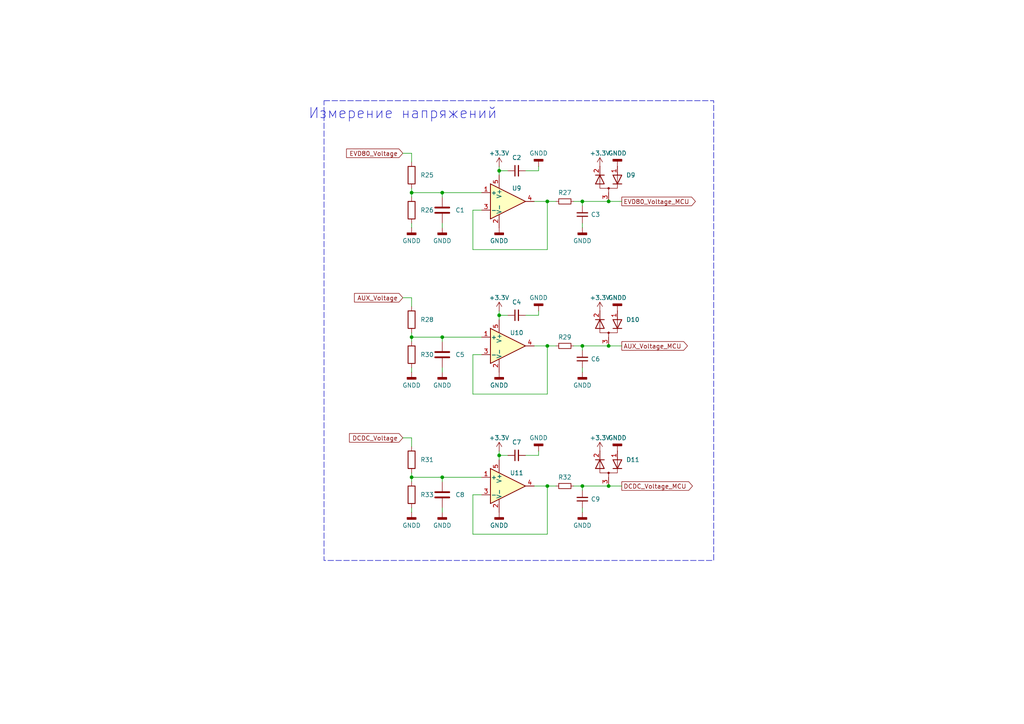
<source format=kicad_sch>
(kicad_sch (version 20231120) (generator "eeschema") (generator_version "8.0")
  (paper "A4")
  (lib_symbols
    (symbol "Amplifier_Operational:LMV321" (pin_names (offset 0.127))
      (property "Reference" "U" (at 0 5.08 0))
      (property "Value" "LMV321" (at 0 -5.08 0))
      (symbol "LMV321_0_1"
        (polyline (pts (xy -5.08 5.08) (xy 5.08 0) (xy -5.08 -5.08) (xy -5.08 5.08)) (stroke (width 0.254)) (fill (type background)))
        (pin power_in line (at -2.54 -7.62 90) (length 3.81) (name "V-") (number "2"))
        (pin power_in line (at -2.54 7.62 270) (length 3.81) (name "V+") (number "5"))
      )
      (symbol "LMV321_1_1"
        (pin input line (at -7.62 2.54 0) (length 2.54) (name "+") (number "1"))
        (pin input line (at -7.62 -2.54 0) (length 2.54) (name "-") (number "3"))
        (pin output line (at 7.62 0 180) (length 2.54) (name "~") (number "4"))
      )
    )
    (symbol "Device:C" (pin_numbers hide) (pin_names (offset 0.254))
      (property "Reference" "C" (at 0.635 2.54 0))
      (property "Value" "C" (at 0.635 -2.54 0))
      (symbol "C_0_1"
        (polyline (pts (xy -2.032 -0.762) (xy 2.032 -0.762)) (stroke (width 0.508)))
        (polyline (pts (xy -2.032 0.762) (xy 2.032 0.762)) (stroke (width 0.508)))
      )
      (symbol "C_1_1"
        (pin passive line (at 0 3.81 270) (length 2.794) (name "~") (number "1"))
        (pin passive line (at 0 -3.81 90) (length 2.794) (name "~") (number "2"))
      )
    )
    (symbol "Device:C_Small" (pin_numbers hide) (pin_names (offset 0.254) hide)
      (property "Reference" "C" (at 0.254 1.778 0))
      (property "Value" "C_Small" (at 0.254 -2.032 0))
      (symbol "C_Small_0_1"
        (polyline (pts (xy -1.524 -0.508) (xy 1.524 -0.508)) (stroke (width 0.3302)))
        (polyline (pts (xy -1.524 0.508) (xy 1.524 0.508)) (stroke (width 0.3048)))
      )
      (symbol "C_Small_1_1"
        (pin passive line (at 0 2.54 270) (length 2.032) (name "~") (number "1"))
        (pin passive line (at 0 -2.54 90) (length 2.032) (name "~") (number "2"))
      )
    )
    (symbol "Device:D_Dual_Series_AKC_Parallel" (pin_names (offset 0.762) hide)
      (property "Reference" "D" (at 0 5.08 0))
      (property "Value" "D_Dual_Series_AKC_Parallel" (at 0 -5.08 0))
      (symbol "D_Dual_Series_AKC_Parallel_0_0"
        (polyline (pts (xy 0 -1.27) (xy 0 -3.81)) (stroke (width 0.254)))
        (polyline (pts (xy 2.54 3.81) (xy 2.54 1.27)) (stroke (width 0.254)))
      )
      (symbol "D_Dual_Series_AKC_Parallel_0_1"
        (circle (center -1.27 0) (radius 0.254) (fill (type outline)))
        (polyline (pts (xy -1.27 0) (xy -2.54 0)))
        (polyline (pts (xy 2.54 2.54) (xy -1.27 2.54) (xy -1.27 -2.54) (xy 2.54 -2.54)))
        (polyline (pts (xy 0 3.81) (xy 2.54 2.54) (xy 0 1.27) (xy 0 3.81) (xy 0 3.81) (xy 0 3.81)) (stroke (width 0.254)))
        (polyline (pts (xy 2.54 -1.27) (xy 0 -2.54) (xy 2.54 -3.81) (xy 2.54 -1.27) (xy 2.54 -1.27) (xy 2.54 -1.27)) (stroke (width 0.254)))
        (pin passive line (at 5.08 -2.54 180) (length 2.54) (name "K") (number "1"))
        (pin passive line (at 5.08 2.54 180) (length 2.54) (name "K") (number "2"))
        (pin passive line (at -5.08 0 0) (length 2.54) (name "A") (number "3"))
      )
    )
    (symbol "Device:R" (pin_numbers hide) (pin_names (offset 0))
      (property "Reference" "R" (at 2.032 0 90))
      (property "Value" "R" (at 0 0 90))
      (symbol "R_0_1"
        (rectangle (start -1.016 -2.54) (end 1.016 2.54) (stroke (width 0.254)))
      )
      (symbol "R_1_1"
        (pin passive line (at 0 3.81 270) (length 1.27) (name "~") (number "1"))
        (pin passive line (at 0 -3.81 90) (length 1.27) (name "~") (number "2"))
      )
    )
    (symbol "Device:R_Small" (pin_numbers hide) (pin_names (offset 0.254) hide)
      (property "Reference" "R" (at 0.762 0.508 0))
      (property "Value" "R_Small" (at 0.762 -1.016 0))
      (symbol "R_Small_0_1"
        (rectangle (start -0.762 1.778) (end 0.762 -1.778) (stroke (width 0.2032)))
      )
      (symbol "R_Small_1_1"
        (pin passive line (at 0 2.54 270) (length 0.762) (name "~") (number "1"))
        (pin passive line (at 0 -2.54 90) (length 0.762) (name "~") (number "2"))
      )
    )
    (symbol "power:+3.3V" (power) (pin_numbers hide) (pin_names (offset 0) hide)
      (property "Value" "+3.3V" (at 0 3.556 0))
      (symbol "+3.3V_0_1"
        (polyline (pts (xy -0.762 1.27) (xy 0 2.54)))
        (polyline (pts (xy 0 0) (xy 0 2.54)))
        (polyline (pts (xy 0 2.54) (xy 0.762 1.27)))
      )
      (symbol "+3.3V_1_1"
        (pin power_in line (at 0 0 90) (length 0) (name "~") (number "1"))
      )
    )
    (symbol "power:GNDD" (power) (pin_numbers hide) (pin_names (offset 0) hide)
      (property "Value" "GNDD" (at 0 -3.175 0))
      (symbol "GNDD_0_1"
        (rectangle (start -1.27 -1.524) (end 1.27 -2.032) (stroke (width 0.254)) (fill (type outline)))
        (polyline (pts (xy 0 0) (xy 0 -1.524)))
      )
      (symbol "GNDD_1_1"
        (pin power_in line (at 0 0 270) (length 0) (name "~") (number "1"))
      )
    )
  )
  (junction (at 144.78 49.53))
  (junction (at 158.75 58.42))
  (junction (at 128.27 138.43))
  (junction (at 128.27 55.88))
  (junction (at 144.78 91.44))
  (junction (at 128.27 97.79))
  (junction (at 176.53 140.97))
  (junction (at 119.38 55.88))
  (junction (at 168.91 58.42))
  (junction (at 176.53 58.42))
  (junction (at 119.38 97.79))
  (junction (at 158.75 140.97))
  (junction (at 158.75 100.33))
  (junction (at 119.38 138.43))
  (junction (at 144.78 132.08))
  (junction (at 176.53 100.33))
  (junction (at 168.91 140.97))
  (junction (at 168.91 100.33))
  (wire (pts (xy 152.4 49.53) (xy 156.21 49.53)))
  (wire (pts (xy 158.75 140.97) (xy 154.94 140.97)))
  (wire (pts (xy 166.37 58.42) (xy 168.91 58.42)))
  (wire (pts (xy 137.16 102.87) (xy 137.16 114.3)))
  (wire (pts (xy 158.75 154.94) (xy 158.75 140.97)))
  (wire (pts (xy 128.27 55.88) (xy 139.7 55.88)))
  (wire (pts (xy 158.75 100.33) (xy 161.29 100.33)))
  (wire (pts (xy 144.78 49.53) (xy 144.78 50.8)))
  (wire (pts (xy 128.27 138.43) (xy 139.7 138.43)))
  (wire (pts (xy 158.75 58.42) (xy 161.29 58.42)))
  (wire (pts (xy 156.21 132.08) (xy 156.21 130.81)))
  (wire (pts (xy 119.38 127) (xy 119.38 129.54)))
  (wire (pts (xy 158.75 58.42) (xy 154.94 58.42)))
  (wire (pts (xy 119.38 44.45) (xy 119.38 46.99)))
  (wire (pts (xy 158.75 140.97) (xy 161.29 140.97)))
  (wire (pts (xy 168.91 100.33) (xy 176.53 100.33)))
  (wire (pts (xy 137.16 114.3) (xy 158.75 114.3)))
  (wire (pts (xy 176.53 100.33) (xy 180.34 100.33)))
  (wire (pts (xy 128.27 55.88) (xy 128.27 57.15)))
  (wire (pts (xy 119.38 97.79) (xy 128.27 97.79)))
  (wire (pts (xy 119.38 96.52) (xy 119.38 97.79)))
  (wire (pts (xy 128.27 66.04) (xy 128.27 64.77)))
  (wire (pts (xy 119.38 138.43) (xy 119.38 139.7)))
  (wire (pts (xy 119.38 54.61) (xy 119.38 55.88)))
  (wire (pts (xy 166.37 100.33) (xy 168.91 100.33)))
  (wire (pts (xy 128.27 97.79) (xy 139.7 97.79)))
  (wire (pts (xy 168.91 58.42) (xy 168.91 59.69)))
  (wire (pts (xy 168.91 58.42) (xy 176.53 58.42)))
  (wire (pts (xy 144.78 91.44) (xy 147.32 91.44)))
  (wire (pts (xy 176.53 58.42) (xy 180.34 58.42)))
  (wire (pts (xy 168.91 147.32) (xy 168.91 148.59)))
  (wire (pts (xy 139.7 60.96) (xy 137.16 60.96)))
  (wire (pts (xy 116.84 44.45) (xy 119.38 44.45)))
  (wire (pts (xy 119.38 55.88) (xy 128.27 55.88)))
  (wire (pts (xy 156.21 91.44) (xy 156.21 90.17)))
  (wire (pts (xy 137.16 60.96) (xy 137.16 72.39)))
  (wire (pts (xy 144.78 130.81) (xy 144.78 132.08)))
  (wire (pts (xy 168.91 140.97) (xy 176.53 140.97)))
  (wire (pts (xy 119.38 107.95) (xy 119.38 106.68)))
  (wire (pts (xy 116.84 127) (xy 119.38 127)))
  (wire (pts (xy 144.78 90.17) (xy 144.78 91.44)))
  (wire (pts (xy 137.16 154.94) (xy 158.75 154.94)))
  (wire (pts (xy 168.91 64.77) (xy 168.91 66.04)))
  (wire (pts (xy 144.78 49.53) (xy 147.32 49.53)))
  (wire (pts (xy 152.4 132.08) (xy 156.21 132.08)))
  (wire (pts (xy 119.38 148.59) (xy 119.38 147.32)))
  (wire (pts (xy 158.75 114.3) (xy 158.75 100.33)))
  (wire (pts (xy 137.16 143.51) (xy 137.16 154.94)))
  (wire (pts (xy 158.75 72.39) (xy 158.75 58.42)))
  (wire (pts (xy 119.38 55.88) (xy 119.38 57.15)))
  (wire (pts (xy 137.16 72.39) (xy 158.75 72.39)))
  (wire (pts (xy 166.37 140.97) (xy 168.91 140.97)))
  (wire (pts (xy 119.38 86.36) (xy 119.38 88.9)))
  (wire (pts (xy 168.91 106.68) (xy 168.91 107.95)))
  (wire (pts (xy 139.7 143.51) (xy 137.16 143.51)))
  (wire (pts (xy 128.27 97.79) (xy 128.27 99.06)))
  (wire (pts (xy 144.78 91.44) (xy 144.78 92.71)))
  (wire (pts (xy 139.7 102.87) (xy 137.16 102.87)))
  (wire (pts (xy 128.27 138.43) (xy 128.27 139.7)))
  (wire (pts (xy 119.38 66.04) (xy 119.38 64.77)))
  (wire (pts (xy 144.78 132.08) (xy 147.32 132.08)))
  (wire (pts (xy 119.38 97.79) (xy 119.38 99.06)))
  (wire (pts (xy 168.91 140.97) (xy 168.91 142.24)))
  (wire (pts (xy 128.27 148.59) (xy 128.27 147.32)))
  (wire (pts (xy 119.38 138.43) (xy 128.27 138.43)))
  (wire (pts (xy 116.84 86.36) (xy 119.38 86.36)))
  (wire (pts (xy 128.27 107.95) (xy 128.27 106.68)))
  (wire (pts (xy 144.78 132.08) (xy 144.78 133.35)))
  (wire (pts (xy 168.91 100.33) (xy 168.91 101.6)))
  (wire (pts (xy 158.75 100.33) (xy 154.94 100.33)))
  (wire (pts (xy 119.38 137.16) (xy 119.38 138.43)))
  (wire (pts (xy 152.4 91.44) (xy 156.21 91.44)))
  (wire (pts (xy 176.53 140.97) (xy 180.34 140.97)))
  (wire (pts (xy 144.78 48.26) (xy 144.78 49.53)))
  (wire (pts (xy 156.21 49.53) (xy 156.21 48.26)))
  (rectangle (start 93.98 29.21) (end 207.01 162.56) (stroke (width 0) (type dash)))
  (text "Измерение напряжений" (at 116.84 33.02 0) (effects (font (size 3 3))))
  (global_label "AUX_Voltage" (shape input) (at 116.84 86.36 180) (property "Intersheetrefs" "${INTERSHEET_REFS}" (effects (hide yes))))
  (global_label "AUX_Voltage_MCU" (shape output) (at 180.34 100.33 0) (property "Intersheetrefs" "${INTERSHEET_REFS}" (effects (hide yes))))
  (global_label "EVD80_Voltage_MCU" (shape output) (at 180.34 58.42 0) (property "Intersheetrefs" "${INTERSHEET_REFS}" (effects (hide yes))))
  (global_label "DCDC_Voltage" (shape input) (at 116.84 127 180) (property "Intersheetrefs" "${INTERSHEET_REFS}" (effects (hide yes))))
  (global_label "DCDC_Voltage_MCU" (shape output) (at 180.34 140.97 0) (property "Intersheetrefs" "${INTERSHEET_REFS}" (effects (hide yes))))
  (global_label "EVD80_Voltage" (shape input) (at 116.84 44.45 180) (property "Intersheetrefs" "${INTERSHEET_REFS}" (effects (hide yes))))
  (symbol (lib_id "Amplifier_Operational:LMV321") (at 147.32 100.33 0) (unit 1)
    (property "Reference" "U10" (at 149.86 96.52 0))
    (property "Value" "LMV321" (effects (hide yes)))
    (property "Datasheet" "http://www.ti.com/lit/ds/symlink/lmv324.pdf" (effects (hide yes)))
    (property "Description" "Low-Voltage Rail-to-Rail Output Operational Amplifiers, SOT-23-5/SC-70-5" (effects (hide yes)))
  )
  (symbol (lib_id "power:GNDD") (at 144.78 148.59 0) (unit 1)
    (property "Reference" "#PWR055" (effects (hide yes)))
    (property "Value" "GNDD" (at 144.78 152.4 0))
    (property "Description" "Power symbol creates a global label with name \"GNDD\" , digital ground" (effects (hide yes)))
  )
  (symbol (lib_id "power:+3.3V") (at 144.78 130.81 0) (unit 1)
    (property "Reference" "#PWR049" (effects (hide yes)))
    (property "Value" "+3.3V" (at 144.78 127 0))
    (property "Description" "Power symbol creates a global label with name \"+3.3V\"" (effects (hide yes)))
  )
  (symbol (lib_id "Device:D_Dual_Series_AKC_Parallel") (at 176.53 53.34 90) (unit 1)
    (property "Reference" "D9" (at 181.61 50.8 90) (effects (justify right)))
    (property "Value" "BAT54S" (effects (hide yes)))
    (property "Footprint" "Package_TO_SOT_SMD:SOT-23" (effects (hide yes)))
  )
  (symbol (lib_id "power:GNDD") (at 128.27 107.95 0) (unit 1)
    (property "Reference" "#PWR046" (effects (hide yes)))
    (property "Value" "GNDD" (at 128.27 111.76 0))
    (property "Description" "Power symbol creates a global label with name \"GNDD\" , digital ground" (effects (hide yes)))
  )
  (symbol (lib_id "Device:C_Small") (at 168.91 104.14 180) (unit 1)
    (property "Reference" "C6" (at 172.72 104.14 0))
    (property "Value" "C_Small" (effects (hide yes)))
    (property "Description" "Unpolarized capacitor, small symbol" (effects (hide yes)))
  )
  (symbol (lib_id "Device:C") (at 128.27 60.96 0) (unit 1)
    (property "Reference" "C1" (at 132.08 60.96 0) (effects (justify left)))
    (property "Value" "C" (effects (hide yes)))
    (property "Description" "Unpolarized capacitor" (effects (hide yes)))
  )
  (symbol (lib_id "Device:R_Small") (at 163.83 58.42 90) (unit 1)
    (property "Reference" "R27" (at 163.83 55.88 90))
    (property "Value" "R_Small" (effects (hide yes)))
    (property "Description" "Resistor, small symbol" (effects (hide yes)))
  )
  (symbol (lib_id "power:GNDD") (at 179.07 130.81 180) (unit 1)
    (property "Reference" "#PWR052" (effects (hide yes)))
    (property "Value" "GNDD" (at 179.07 127 0))
    (property "Description" "Power symbol creates a global label with name \"GNDD\" , digital ground" (effects (hide yes)))
  )
  (symbol (lib_id "power:GNDD") (at 156.21 48.26 180) (unit 1)
    (property "Reference" "#PWR036" (effects (hide yes)))
    (property "Value" "GNDD" (at 156.21 44.45 0))
    (property "Description" "Power symbol creates a global label with name \"GNDD\" , digital ground" (effects (hide yes)))
  )
  (symbol (lib_id "power:GNDD") (at 119.38 107.95 0) (unit 1)
    (property "Reference" "#PWR045" (effects (hide yes)))
    (property "Value" "GNDD" (at 119.38 111.76 0))
    (property "Description" "Power symbol creates a global label with name \"GNDD\" , digital ground" (effects (hide yes)))
  )
  (symbol (lib_id "Device:C_Small") (at 168.91 62.23 180) (unit 1)
    (property "Reference" "C3" (at 172.72 62.23 0))
    (property "Value" "C_Small" (effects (hide yes)))
    (property "Description" "Unpolarized capacitor, small symbol" (effects (hide yes)))
  )
  (symbol (lib_id "power:GNDD") (at 168.91 148.59 0) (unit 1)
    (property "Reference" "#PWR056" (effects (hide yes)))
    (property "Value" "GNDD" (at 168.91 152.4 0))
    (property "Description" "Power symbol creates a global label with name \"GNDD\" , digital ground" (effects (hide yes)))
  )
  (symbol (lib_id "Device:C_Small") (at 149.86 49.53 90) (unit 1)
    (property "Reference" "C2" (at 149.86 45.72 90))
    (property "Value" "C_Small" (effects (hide yes)))
    (property "Description" "Unpolarized capacitor, small symbol" (effects (hide yes)))
  )
  (symbol (lib_id "power:GNDD") (at 156.21 90.17 180) (unit 1)
    (property "Reference" "#PWR042" (effects (hide yes)))
    (property "Value" "GNDD" (at 156.21 86.36 0))
    (property "Description" "Power symbol creates a global label with name \"GNDD\" , digital ground" (effects (hide yes)))
  )
  (symbol (lib_id "power:GNDD") (at 179.07 90.17 180) (unit 1)
    (property "Reference" "#PWR044" (effects (hide yes)))
    (property "Value" "GNDD" (at 179.07 86.36 0))
    (property "Description" "Power symbol creates a global label with name \"GNDD\" , digital ground" (effects (hide yes)))
  )
  (symbol (lib_id "Device:R") (at 119.38 50.8 0) (unit 1)
    (property "Reference" "R25" (at 121.92 50.8 0) (effects (justify left)))
    (property "Value" "R" (effects (hide yes)))
    (property "Description" "Resistor" (effects (hide yes)))
  )
  (symbol (lib_id "Amplifier_Operational:LMV321") (at 147.32 140.97 0) (unit 1)
    (property "Reference" "U11" (at 149.86 137.16 0))
    (property "Value" "LMV321" (effects (hide yes)))
    (property "Datasheet" "http://www.ti.com/lit/ds/symlink/lmv324.pdf" (effects (hide yes)))
    (property "Description" "Low-Voltage Rail-to-Rail Output Operational Amplifiers, SOT-23-5/SC-70-5" (effects (hide yes)))
  )
  (symbol (lib_id "power:+3.3V") (at 173.99 130.81 0) (unit 1)
    (property "Reference" "#PWR051" (effects (hide yes)))
    (property "Value" "+3.3V" (at 173.99 127 0))
    (property "Description" "Power symbol creates a global label with name \"+3.3V\"" (effects (hide yes)))
  )
  (symbol (lib_id "power:+3.3V") (at 173.99 90.17 0) (unit 1)
    (property "Reference" "#PWR043" (effects (hide yes)))
    (property "Value" "+3.3V" (at 173.99 86.36 0))
    (property "Description" "Power symbol creates a global label with name \"+3.3V\"" (effects (hide yes)))
  )
  (symbol (lib_id "power:GNDD") (at 156.21 130.81 180) (unit 1)
    (property "Reference" "#PWR050" (effects (hide yes)))
    (property "Value" "GNDD" (at 156.21 127 0))
    (property "Description" "Power symbol creates a global label with name \"GNDD\" , digital ground" (effects (hide yes)))
  )
  (symbol (lib_id "Device:C_Small") (at 149.86 132.08 90) (unit 1)
    (property "Reference" "C7" (at 149.86 128.27 90))
    (property "Value" "C_Small" (effects (hide yes)))
    (property "Description" "Unpolarized capacitor, small symbol" (effects (hide yes)))
  )
  (symbol (lib_id "power:GNDD") (at 119.38 66.04 0) (unit 1)
    (property "Reference" "#PWR033" (effects (hide yes)))
    (property "Value" "GNDD" (at 119.38 69.85 0))
    (property "Description" "Power symbol creates a global label with name \"GNDD\" , digital ground" (effects (hide yes)))
  )
  (symbol (lib_id "power:GNDD") (at 128.27 66.04 0) (unit 1)
    (property "Reference" "#PWR034" (effects (hide yes)))
    (property "Value" "GNDD" (at 128.27 69.85 0))
    (property "Description" "Power symbol creates a global label with name \"GNDD\" , digital ground" (effects (hide yes)))
  )
  (symbol (lib_id "Device:C") (at 128.27 143.51 0) (unit 1)
    (property "Reference" "C8" (at 132.08 143.51 0) (effects (justify left)))
    (property "Value" "C" (effects (hide yes)))
    (property "Description" "Unpolarized capacitor" (effects (hide yes)))
  )
  (symbol (lib_id "Device:R") (at 119.38 60.96 0) (unit 1)
    (property "Reference" "R26" (at 121.92 60.96 0) (effects (justify left)))
    (property "Value" "R" (effects (hide yes)))
    (property "Description" "Resistor" (effects (hide yes)))
  )
  (symbol (lib_id "power:GNDD") (at 119.38 148.59 0) (unit 1)
    (property "Reference" "#PWR053" (effects (hide yes)))
    (property "Value" "GNDD" (at 119.38 152.4 0))
    (property "Description" "Power symbol creates a global label with name \"GNDD\" , digital ground" (effects (hide yes)))
  )
  (symbol (lib_id "power:GNDD") (at 128.27 148.59 0) (unit 1)
    (property "Reference" "#PWR054" (effects (hide yes)))
    (property "Value" "GNDD" (at 128.27 152.4 0))
    (property "Description" "Power symbol creates a global label with name \"GNDD\" , digital ground" (effects (hide yes)))
  )
  (symbol (lib_id "Device:C_Small") (at 168.91 144.78 180) (unit 1)
    (property "Reference" "C9" (at 172.72 144.78 0))
    (property "Value" "C_Small" (effects (hide yes)))
    (property "Description" "Unpolarized capacitor, small symbol" (effects (hide yes)))
  )
  (symbol (lib_id "power:GNDD") (at 168.91 66.04 0) (unit 1)
    (property "Reference" "#PWR037" (effects (hide yes)))
    (property "Value" "GNDD" (at 168.91 69.85 0))
    (property "Description" "Power symbol creates a global label with name \"GNDD\" , digital ground" (effects (hide yes)))
  )
  (symbol (lib_id "power:+3.3V") (at 173.99 48.26 0) (unit 1)
    (property "Reference" "#PWR039" (effects (hide yes)))
    (property "Value" "+3.3V" (at 173.99 44.45 0))
    (property "Description" "Power symbol creates a global label with name \"+3.3V\"" (effects (hide yes)))
  )
  (symbol (lib_id "Device:R_Small") (at 163.83 100.33 90) (unit 1)
    (property "Reference" "R29" (at 163.83 97.79 90))
    (property "Value" "R_Small" (effects (hide yes)))
    (property "Description" "Resistor, small symbol" (effects (hide yes)))
  )
  (symbol (lib_id "power:GNDD") (at 179.07 48.26 180) (unit 1)
    (property "Reference" "#PWR038" (effects (hide yes)))
    (property "Value" "GNDD" (at 179.07 44.45 0))
    (property "Description" "Power symbol creates a global label with name \"GNDD\" , digital ground" (effects (hide yes)))
  )
  (symbol (lib_id "Device:R") (at 119.38 143.51 0) (unit 1)
    (property "Reference" "R33" (at 121.92 143.51 0) (effects (justify left)))
    (property "Value" "R" (effects (hide yes)))
    (property "Description" "Resistor" (effects (hide yes)))
  )
  (symbol (lib_id "power:+3.3V") (at 144.78 90.17 0) (unit 1)
    (property "Reference" "#PWR041" (effects (hide yes)))
    (property "Value" "+3.3V" (at 144.78 86.36 0))
    (property "Description" "Power symbol creates a global label with name \"+3.3V\"" (effects (hide yes)))
  )
  (symbol (lib_id "Device:D_Dual_Series_AKC_Parallel") (at 176.53 95.25 90) (unit 1)
    (property "Reference" "D10" (at 181.61 92.71 90) (effects (justify right)))
    (property "Value" "BAT54S" (effects (hide yes)))
    (property "Footprint" "Package_TO_SOT_SMD:SOT-23" (effects (hide yes)))
  )
  (symbol (lib_id "Device:C_Small") (at 149.86 91.44 90) (unit 1)
    (property "Reference" "C4" (at 149.86 87.63 90))
    (property "Value" "C_Small" (effects (hide yes)))
    (property "Description" "Unpolarized capacitor, small symbol" (effects (hide yes)))
  )
  (symbol (lib_id "Amplifier_Operational:LMV321") (at 147.32 58.42 0) (unit 1)
    (property "Reference" "U9" (at 149.86 54.61 0))
    (property "Value" "LMV321" (effects (hide yes)))
    (property "Datasheet" "http://www.ti.com/lit/ds/symlink/lmv324.pdf" (effects (hide yes)))
    (property "Description" "Low-Voltage Rail-to-Rail Output Operational Amplifiers, SOT-23-5/SC-70-5" (effects (hide yes)))
  )
  (symbol (lib_id "power:+3.3V") (at 144.78 48.26 0) (unit 1)
    (property "Reference" "#PWR035" (effects (hide yes)))
    (property "Value" "+3.3V" (at 144.78 44.45 0))
    (property "Description" "Power symbol creates a global label with name \"+3.3V\"" (effects (hide yes)))
  )
  (symbol (lib_id "Device:R_Small") (at 163.83 140.97 90) (unit 1)
    (property "Reference" "R32" (at 163.83 138.43 90))
    (property "Value" "R_Small" (effects (hide yes)))
    (property "Description" "Resistor, small symbol" (effects (hide yes)))
  )
  (symbol (lib_id "power:GNDD") (at 144.78 107.95 0) (unit 1)
    (property "Reference" "#PWR047" (effects (hide yes)))
    (property "Value" "GNDD" (at 144.78 111.76 0))
    (property "Description" "Power symbol creates a global label with name \"GNDD\" , digital ground" (effects (hide yes)))
  )
  (symbol (lib_id "Device:R") (at 119.38 92.71 0) (unit 1)
    (property "Reference" "R28" (at 121.92 92.71 0) (effects (justify left)))
    (property "Value" "R" (effects (hide yes)))
    (property "Description" "Resistor" (effects (hide yes)))
  )
  (symbol (lib_id "Device:C") (at 128.27 102.87 0) (unit 1)
    (property "Reference" "C5" (at 132.08 102.87 0) (effects (justify left)))
    (property "Value" "C" (effects (hide yes)))
    (property "Description" "Unpolarized capacitor" (effects (hide yes)))
  )
  (symbol (lib_id "Device:R") (at 119.38 102.87 0) (unit 1)
    (property "Reference" "R30" (at 121.92 102.87 0) (effects (justify left)))
    (property "Value" "R" (effects (hide yes)))
    (property "Description" "Resistor" (effects (hide yes)))
  )
  (symbol (lib_id "power:GNDD") (at 168.91 107.95 0) (unit 1)
    (property "Reference" "#PWR048" (effects (hide yes)))
    (property "Value" "GNDD" (at 168.91 111.76 0))
    (property "Description" "Power symbol creates a global label with name \"GNDD\" , digital ground" (effects (hide yes)))
  )
  (symbol (lib_id "Device:R") (at 119.38 133.35 0) (unit 1)
    (property "Reference" "R31" (at 121.92 133.35 0) (effects (justify left)))
    (property "Value" "R" (effects (hide yes)))
    (property "Description" "Resistor" (effects (hide yes)))
  )
  (symbol (lib_id "Device:D_Dual_Series_AKC_Parallel") (at 176.53 135.89 90) (unit 1)
    (property "Reference" "D11" (at 181.61 133.35 90) (effects (justify right)))
    (property "Value" "BAT54S" (effects (hide yes)))
    (property "Footprint" "Package_TO_SOT_SMD:SOT-23" (effects (hide yes)))
  )
  (symbol (lib_id "power:GNDD") (at 144.78 66.04 0) (unit 1)
    (property "Reference" "#PWR040" (effects (hide yes)))
    (property "Value" "GNDD" (at 144.78 69.85 0))
    (property "Description" "Power symbol creates a global label with name \"GNDD\" , digital ground" (effects (hide yes)))
  )
)
</source>
